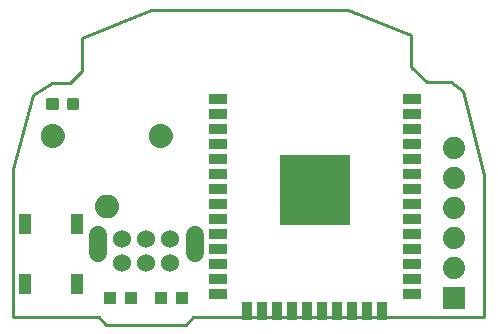
<source format=gts>
G75*
G70*
%OFA0B0*%
%FSLAX24Y24*%
%IPPOS*%
%LPD*%
%AMOC8*
5,1,8,0,0,1.08239X$1,22.5*
%
%ADD10C,0.0100*%
%ADD11C,0.0600*%
%ADD12C,0.0000*%
%ADD13C,0.0350*%
%ADD14C,0.0600*%
%ADD15C,0.0500*%
%ADD16C,0.0394*%
%ADD17R,0.0591X0.0354*%
%ADD18R,0.0354X0.0591*%
%ADD19R,0.2362X0.2362*%
%ADD20R,0.0394X0.0433*%
%ADD21C,0.0118*%
%ADD22R,0.0740X0.0740*%
%ADD23C,0.0740*%
%ADD24R,0.0400X0.0700*%
D10*
X003490Y003381D02*
X003740Y003131D01*
X006390Y003131D01*
X006640Y003381D01*
X016340Y003381D01*
X016340Y008131D01*
X015640Y010931D01*
X015240Y011231D01*
X014440Y011231D01*
X013890Y011731D01*
X013890Y012781D01*
X011790Y013631D01*
X005240Y013631D01*
X002940Y012681D01*
X002940Y011581D01*
X002540Y011181D01*
X001940Y011181D01*
X001290Y010781D01*
X000640Y008331D01*
X000640Y003381D01*
X003490Y003381D01*
D11*
X003452Y005531D02*
X003452Y006131D01*
X003452Y005531D01*
X006702Y005531D02*
X006702Y006131D01*
X006702Y005531D01*
D12*
X006527Y005831D02*
X006529Y005857D01*
X006535Y005883D01*
X006544Y005907D01*
X006557Y005930D01*
X006574Y005950D01*
X006593Y005968D01*
X006615Y005983D01*
X006638Y005994D01*
X006663Y006002D01*
X006689Y006006D01*
X006715Y006006D01*
X006741Y006002D01*
X006766Y005994D01*
X006790Y005983D01*
X006811Y005968D01*
X006830Y005950D01*
X006847Y005930D01*
X006860Y005907D01*
X006869Y005883D01*
X006875Y005857D01*
X006877Y005831D01*
X006875Y005805D01*
X006869Y005779D01*
X006860Y005755D01*
X006847Y005732D01*
X006830Y005712D01*
X006811Y005694D01*
X006789Y005679D01*
X006766Y005668D01*
X006741Y005660D01*
X006715Y005656D01*
X006689Y005656D01*
X006663Y005660D01*
X006638Y005668D01*
X006614Y005679D01*
X006593Y005694D01*
X006574Y005712D01*
X006557Y005732D01*
X006544Y005755D01*
X006535Y005779D01*
X006529Y005805D01*
X006527Y005831D01*
X003277Y005831D02*
X003279Y005857D01*
X003285Y005883D01*
X003294Y005907D01*
X003307Y005930D01*
X003324Y005950D01*
X003343Y005968D01*
X003365Y005983D01*
X003388Y005994D01*
X003413Y006002D01*
X003439Y006006D01*
X003465Y006006D01*
X003491Y006002D01*
X003516Y005994D01*
X003540Y005983D01*
X003561Y005968D01*
X003580Y005950D01*
X003597Y005930D01*
X003610Y005907D01*
X003619Y005883D01*
X003625Y005857D01*
X003627Y005831D01*
X003625Y005805D01*
X003619Y005779D01*
X003610Y005755D01*
X003597Y005732D01*
X003580Y005712D01*
X003561Y005694D01*
X003539Y005679D01*
X003516Y005668D01*
X003491Y005660D01*
X003465Y005656D01*
X003439Y005656D01*
X003413Y005660D01*
X003388Y005668D01*
X003364Y005679D01*
X003343Y005694D01*
X003324Y005712D01*
X003307Y005732D01*
X003294Y005755D01*
X003285Y005779D01*
X003279Y005805D01*
X003277Y005831D01*
D13*
X003452Y005831D03*
X006702Y005831D03*
D14*
X005852Y005981D03*
X005065Y005981D03*
X004278Y005981D03*
X004278Y005194D03*
X005065Y005194D03*
X005852Y005194D03*
D15*
X003598Y007081D02*
X003600Y007104D01*
X003606Y007127D01*
X003615Y007149D01*
X003628Y007168D01*
X003644Y007185D01*
X003662Y007200D01*
X003683Y007211D01*
X003705Y007219D01*
X003728Y007223D01*
X003752Y007223D01*
X003775Y007219D01*
X003797Y007211D01*
X003818Y007200D01*
X003836Y007185D01*
X003852Y007168D01*
X003865Y007149D01*
X003874Y007127D01*
X003880Y007104D01*
X003882Y007081D01*
X003880Y007058D01*
X003874Y007035D01*
X003865Y007013D01*
X003852Y006994D01*
X003836Y006977D01*
X003818Y006962D01*
X003797Y006951D01*
X003775Y006943D01*
X003752Y006939D01*
X003728Y006939D01*
X003705Y006943D01*
X003683Y006951D01*
X003662Y006962D01*
X003644Y006977D01*
X003628Y006994D01*
X003615Y007013D01*
X003606Y007035D01*
X003600Y007058D01*
X003598Y007081D01*
X001798Y009431D02*
X001800Y009454D01*
X001806Y009477D01*
X001815Y009499D01*
X001828Y009518D01*
X001844Y009535D01*
X001862Y009550D01*
X001883Y009561D01*
X001905Y009569D01*
X001928Y009573D01*
X001952Y009573D01*
X001975Y009569D01*
X001997Y009561D01*
X002018Y009550D01*
X002036Y009535D01*
X002052Y009518D01*
X002065Y009499D01*
X002074Y009477D01*
X002080Y009454D01*
X002082Y009431D01*
X002080Y009408D01*
X002074Y009385D01*
X002065Y009363D01*
X002052Y009344D01*
X002036Y009327D01*
X002018Y009312D01*
X001997Y009301D01*
X001975Y009293D01*
X001952Y009289D01*
X001928Y009289D01*
X001905Y009293D01*
X001883Y009301D01*
X001862Y009312D01*
X001844Y009327D01*
X001828Y009344D01*
X001815Y009363D01*
X001806Y009385D01*
X001800Y009408D01*
X001798Y009431D01*
X005398Y009431D02*
X005400Y009454D01*
X005406Y009477D01*
X005415Y009499D01*
X005428Y009518D01*
X005444Y009535D01*
X005462Y009550D01*
X005483Y009561D01*
X005505Y009569D01*
X005528Y009573D01*
X005552Y009573D01*
X005575Y009569D01*
X005597Y009561D01*
X005618Y009550D01*
X005636Y009535D01*
X005652Y009518D01*
X005665Y009499D01*
X005674Y009477D01*
X005680Y009454D01*
X005682Y009431D01*
X005680Y009408D01*
X005674Y009385D01*
X005665Y009363D01*
X005652Y009344D01*
X005636Y009327D01*
X005618Y009312D01*
X005597Y009301D01*
X005575Y009293D01*
X005552Y009289D01*
X005528Y009289D01*
X005505Y009293D01*
X005483Y009301D01*
X005462Y009312D01*
X005444Y009327D01*
X005428Y009344D01*
X005415Y009363D01*
X005406Y009385D01*
X005400Y009408D01*
X005398Y009431D01*
D16*
X005540Y009431D03*
X003740Y007081D03*
X001940Y009431D03*
D17*
X007447Y009662D03*
X007447Y009162D03*
X007447Y008662D03*
X007447Y008162D03*
X007447Y007662D03*
X007447Y007162D03*
X007447Y006662D03*
X007447Y006162D03*
X007447Y005662D03*
X007447Y005162D03*
X007447Y004662D03*
X007447Y004162D03*
X013933Y004162D03*
X013933Y004662D03*
X013933Y005162D03*
X013933Y005662D03*
X013933Y006162D03*
X013933Y006662D03*
X013933Y007162D03*
X013933Y007662D03*
X013933Y008162D03*
X013933Y008662D03*
X013933Y009162D03*
X013933Y009662D03*
X013933Y010162D03*
X013933Y010662D03*
X007447Y010662D03*
X007447Y010162D03*
D18*
X008440Y003576D03*
X008940Y003576D03*
X009440Y003576D03*
X009940Y003576D03*
X010440Y003576D03*
X010940Y003576D03*
X011440Y003576D03*
X011940Y003576D03*
X012440Y003576D03*
X012940Y003576D03*
D19*
X010690Y007631D03*
D20*
X006270Y004031D03*
X005560Y004031D03*
X004570Y004031D03*
X003860Y004031D03*
D21*
X002497Y010343D02*
X002497Y010619D01*
X002773Y010619D01*
X002773Y010343D01*
X002497Y010343D01*
X002497Y010460D02*
X002773Y010460D01*
X002773Y010577D02*
X002497Y010577D01*
X001807Y010619D02*
X001807Y010343D01*
X001807Y010619D02*
X002083Y010619D01*
X002083Y010343D01*
X001807Y010343D01*
X001807Y010460D02*
X002083Y010460D01*
X002083Y010577D02*
X001807Y010577D01*
D22*
X015340Y004031D03*
D23*
X015340Y005031D03*
X015340Y006031D03*
X015340Y007031D03*
X015340Y008031D03*
X015340Y009031D03*
D24*
X002747Y006481D03*
X001033Y006481D03*
X001033Y004481D03*
X002747Y004481D03*
M02*

</source>
